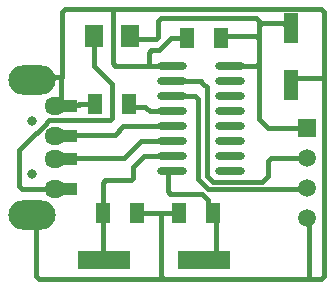
<source format=gbr>
G04*
G04 #@! TF.GenerationSoftware,Altium Limited,Altium Designer,24.2.2 (26)*
G04*
G04 Layer_Physical_Order=1*
G04 Layer_Color=255*
%FSLAX44Y44*%
%MOMM*%
G71*
G04*
G04 #@! TF.SameCoordinates,DFB6B591-CCAE-404B-BE94-5E2210191FEB*
G04*
G04*
G04 #@! TF.FilePolarity,Positive*
G04*
G01*
G75*
%ADD14R,1.2000X2.5000*%
%ADD15R,1.3000X1.8000*%
%ADD16R,1.5000X1.9000*%
%ADD17O,2.5000X0.7000*%
%ADD18R,4.5000X1.5000*%
%ADD19R,2.5000X1.0000*%
%ADD31C,0.3810*%
%ADD32C,1.5000*%
%ADD33R,1.5000X1.5000*%
%ADD34C,0.8000*%
%ADD35O,4.0000X2.5000*%
%ADD36O,1.8000X1.5000*%
D14*
X246380Y221390D02*
D03*
Y173390D02*
D03*
D15*
X187220Y213360D02*
D03*
X158220D02*
D03*
X109750Y157480D02*
D03*
X80750D02*
D03*
X180870Y64770D02*
D03*
X151870D02*
D03*
X87100D02*
D03*
X116100D02*
D03*
D16*
X110750Y214632D02*
D03*
X79750D02*
D03*
D17*
X145680Y189230D02*
D03*
Y176530D02*
D03*
Y163830D02*
D03*
Y151130D02*
D03*
Y138430D02*
D03*
Y125730D02*
D03*
Y113030D02*
D03*
Y100330D02*
D03*
X194680Y189230D02*
D03*
Y176530D02*
D03*
Y163830D02*
D03*
Y151130D02*
D03*
Y138430D02*
D03*
Y125730D02*
D03*
Y113030D02*
D03*
Y100330D02*
D03*
D18*
X173310Y25400D02*
D03*
X88310D02*
D03*
D19*
X53000Y85650D02*
D03*
Y110650D02*
D03*
Y130650D02*
D03*
Y155650D02*
D03*
D31*
X27000Y177650D02*
X29350Y180000D01*
X53000D01*
X50641Y160819D02*
X51755Y161933D01*
X50641Y158009D02*
X53000Y155650D01*
X51755Y161933D02*
Y178755D01*
X53000Y180000D02*
Y235563D01*
X51755Y178755D02*
X53000Y180000D01*
X50641Y158009D02*
Y160819D01*
X246380Y179390D02*
X274320D01*
Y235258D01*
Y11582D02*
Y179390D01*
X136206Y65230D02*
X153210D01*
X116060D02*
X136206D01*
X16510Y118110D02*
X31145Y132745D01*
X16510Y87882D02*
X18742Y85650D01*
X47000D01*
X16510Y87882D02*
Y118110D01*
X31310Y132745D02*
X37405Y138840D01*
Y139005D01*
X41910Y143510D02*
X93018D01*
X37405Y139005D02*
X41910Y143510D01*
X31145Y132745D02*
X31310D01*
X55232Y237795D02*
X95856D01*
X53000Y235563D02*
X55232Y237795D01*
X95551Y237490D02*
X95856Y237795D01*
X271783D01*
X274320Y235258D01*
X261921Y9350D02*
X272088D01*
X274320Y11582D01*
X175260Y96520D02*
X180340Y91440D01*
X222250D01*
X175260Y96520D02*
Y171450D01*
X222250Y91440D02*
X227330Y96520D01*
X176620Y85090D02*
X259080D01*
X174080Y87630D02*
X176620Y85090D01*
X173990Y87630D02*
X174080D01*
X167638Y93982D02*
X173990Y87630D01*
X171450Y81280D02*
X176434Y76296D01*
X144412Y81280D02*
X171450D01*
X178734Y69565D02*
X180870D01*
X176434Y71865D02*
X178734Y69565D01*
X176434Y71865D02*
Y76296D01*
X142180Y83512D02*
Y100330D01*
Y83512D02*
X144412Y81280D01*
X167638Y93982D02*
Y161598D01*
X171448Y175261D02*
X175260Y171450D01*
X142180Y176530D02*
X170180D01*
X142180Y163830D02*
X165407D01*
X167638Y161598D01*
X95250Y145742D02*
Y173990D01*
X79750Y189490D02*
X95250Y173990D01*
X93018Y143510D02*
X95250Y145742D01*
X79750Y189490D02*
Y214632D01*
X95551Y191922D02*
Y237490D01*
Y191922D02*
X97783Y189690D01*
X126031D01*
X30781Y11582D02*
Y59869D01*
X27000Y63650D02*
X30781Y59869D01*
X66741Y157480D02*
X80750D01*
X66741Y156920D02*
Y157480D01*
X62652Y156920D02*
X66741D01*
X47910Y131560D02*
X97270D01*
X47000Y130650D02*
X47910Y131560D01*
Y111560D02*
X105210D01*
X47000Y110650D02*
X47910Y111560D01*
X119380Y125730D02*
X142180D01*
X105210Y111560D02*
X119380Y125730D01*
X104140Y138430D02*
X142180D01*
X97270Y131560D02*
X104140Y138430D01*
X33013Y9350D02*
X138438D01*
X30781Y11582D02*
X33013Y9350D01*
X113215Y94942D02*
Y104325D01*
X87100Y64770D02*
Y90478D01*
X110983Y92710D02*
X113215Y94942D01*
X87100Y90478D02*
X89332Y92710D01*
X87100Y31839D02*
Y64770D01*
X89332Y92710D02*
X110983D01*
X81931Y26670D02*
X87100Y31839D01*
X113215Y104325D02*
X121920Y113030D01*
X116100Y64770D02*
Y65190D01*
X116060Y65230D02*
X116100Y65190D01*
X151870Y64770D02*
X152750D01*
X153210Y65230D01*
X134620Y203200D02*
X144780Y213360D01*
X126031Y189690D02*
Y200968D01*
X128263Y203200D01*
X134620D01*
X144780Y213360D02*
X158220D01*
X187220D02*
Y214630D01*
X217208D02*
X219440Y212398D01*
X187220Y214630D02*
X217208D01*
X180870Y64770D02*
Y69565D01*
X183165D01*
Y31839D02*
Y69565D01*
X188334Y26670D02*
X190240D01*
X183165Y31839D02*
X188334Y26670D01*
X78240D02*
X81931D01*
X121920Y113030D02*
X142180D01*
X133172Y189690D02*
X133212Y189649D01*
X141761D02*
X142180Y189230D01*
X138438Y9350D02*
X261921D01*
X133212Y189649D02*
X141761D01*
X261921Y9350D02*
Y59389D01*
X260350Y60960D02*
X261921Y59389D01*
X126031Y189690D02*
X133172D01*
X136206Y11582D02*
Y65230D01*
Y11582D02*
X138438Y9350D01*
X259080Y85090D02*
X260350Y86360D01*
X229562Y111760D02*
X260350D01*
X227330Y109528D02*
X229562Y111760D01*
X227330Y96520D02*
Y109528D01*
X170180Y176530D02*
X171448Y175261D01*
X227060Y137160D02*
X260350D01*
X219440Y144780D02*
Y191462D01*
Y144780D02*
X227060Y137160D01*
X219440Y223508D02*
Y227638D01*
X134350Y214322D02*
Y227638D01*
X217208Y229870D02*
X219440Y227638D01*
X136582Y229870D02*
X217208D01*
X134350Y227638D02*
X136582Y229870D01*
X221672Y225740D02*
X240285D01*
X246380Y219645D01*
Y219390D02*
Y219645D01*
X219440Y223508D02*
X221672Y225740D01*
X219440Y191462D02*
Y212398D01*
X217208Y189230D02*
X219440Y191462D01*
Y212398D02*
Y223508D01*
X111792Y212090D02*
X132118D01*
X134350Y214322D01*
X109250Y214632D02*
X111792Y212090D01*
X198180Y189230D02*
X217208D01*
X127000Y151130D02*
X142180D01*
X122965Y155165D02*
X127000Y151130D01*
X109250Y157480D02*
X111565Y155165D01*
X122965D01*
D32*
X260350Y111760D02*
D03*
Y86360D02*
D03*
Y60960D02*
D03*
D33*
Y137160D02*
D03*
D34*
X27000Y98150D02*
D03*
Y143150D02*
D03*
D35*
Y63650D02*
D03*
Y177650D02*
D03*
D36*
X47000Y85650D02*
D03*
Y110650D02*
D03*
Y130650D02*
D03*
Y155650D02*
D03*
M02*

</source>
